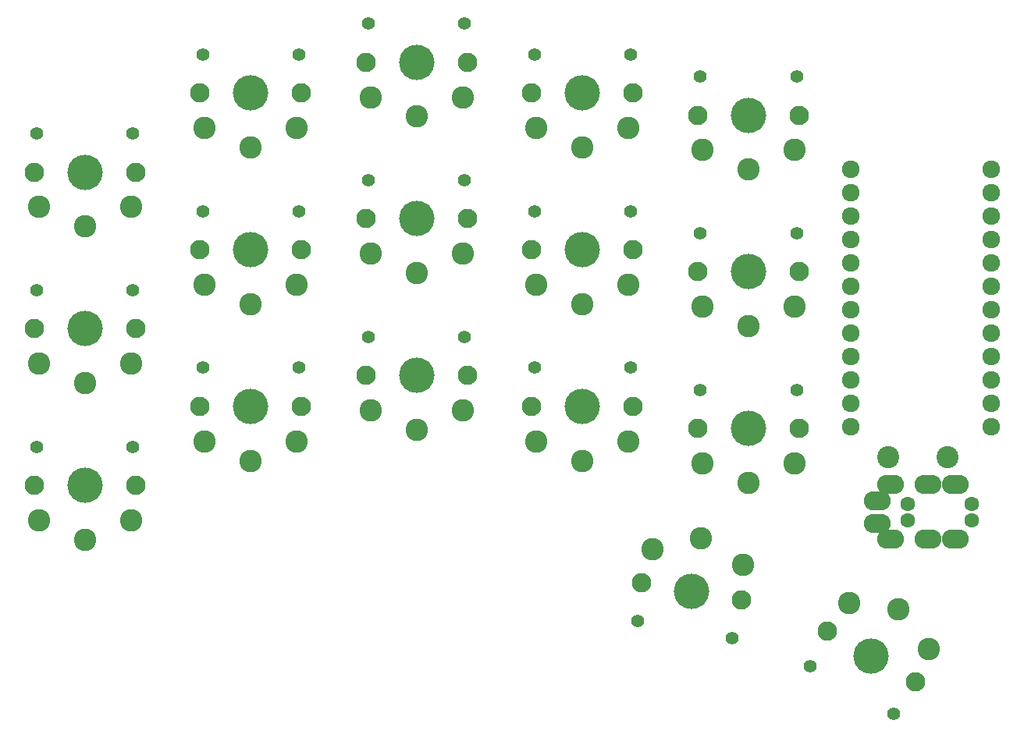
<source format=gbs>
G04 #@! TF.GenerationSoftware,KiCad,Pcbnew,5.1.6*
G04 #@! TF.CreationDate,2020-09-07T13:49:14+01:00*
G04 #@! TF.ProjectId,cradio,63726164-696f-42e6-9b69-6361645f7063,2.1*
G04 #@! TF.SameCoordinates,Original*
G04 #@! TF.FileFunction,Soldermask,Bot*
G04 #@! TF.FilePolarity,Negative*
%FSLAX46Y46*%
G04 Gerber Fmt 4.6, Leading zero omitted, Abs format (unit mm)*
G04 Created by KiCad (PCBNEW 5.1.6) date 2020-09-07 13:49:14*
%MOMM*%
%LPD*%
G01*
G04 APERTURE LIST*
%ADD10C,1.924000*%
%ADD11C,2.101800*%
%ADD12C,1.390600*%
%ADD13C,2.432000*%
%ADD14C,3.829000*%
%ADD15C,2.400000*%
%ADD16O,2.900000X2.100000*%
%ADD17C,1.600000*%
G04 APERTURE END LIST*
D10*
X127111400Y-36830000D03*
X127111400Y-39370000D03*
X127111400Y-41910000D03*
X127111400Y-44450000D03*
X127111400Y-46990000D03*
X127111400Y-49530000D03*
X127111400Y-52070000D03*
X127111400Y-54610000D03*
X127111400Y-57150000D03*
X127111400Y-59690000D03*
X127111400Y-62230000D03*
X127111400Y-64770000D03*
X142331400Y-64770000D03*
X142331400Y-62230000D03*
X142331400Y-59690000D03*
X142331400Y-57150000D03*
X142331400Y-54610000D03*
X142331400Y-52070000D03*
X142331400Y-49530000D03*
X142331400Y-46990000D03*
X142331400Y-44450000D03*
X142331400Y-41910000D03*
X142331400Y-39370000D03*
X142331400Y-36830000D03*
D11*
X104433557Y-81664935D03*
X115266443Y-83575065D03*
D12*
X114261374Y-87662636D03*
D13*
X110874524Y-76809634D03*
X105585824Y-78009490D03*
D14*
X109850000Y-82620000D03*
D13*
X115433902Y-79745971D03*
D12*
X103979981Y-85849749D03*
X110780000Y-60720000D03*
D13*
X121000000Y-68720000D03*
D14*
X116000000Y-64920000D03*
D13*
X111000000Y-68720000D03*
X116000000Y-70820000D03*
D12*
X121220000Y-60720000D03*
D11*
X121500000Y-64920000D03*
X110500000Y-64920000D03*
X124566860Y-86920000D03*
X134093140Y-92420000D03*
D12*
X131750653Y-95917307D03*
D13*
X132280000Y-84560450D03*
X126899873Y-83879103D03*
D14*
X129330000Y-89670000D03*
D13*
X135560127Y-88879103D03*
D12*
X122709347Y-90697307D03*
X92780000Y-58345000D03*
D13*
X103000000Y-66345000D03*
D14*
X98000000Y-62545000D03*
D13*
X93000000Y-66345000D03*
X98000000Y-68445000D03*
D12*
X103220000Y-58345000D03*
D11*
X103500000Y-62545000D03*
X92500000Y-62545000D03*
D12*
X74780000Y-54970000D03*
D13*
X85000000Y-62970000D03*
D14*
X80000000Y-59170000D03*
D13*
X75000000Y-62970000D03*
X80000000Y-65070000D03*
D12*
X85220000Y-54970000D03*
D11*
X85500000Y-59170000D03*
X74500000Y-59170000D03*
D12*
X56780000Y-58345000D03*
D13*
X67000000Y-66345000D03*
D14*
X62000000Y-62545000D03*
D13*
X57000000Y-66345000D03*
X62000000Y-68445000D03*
D12*
X67220000Y-58345000D03*
D11*
X67500000Y-62545000D03*
X56500000Y-62545000D03*
D12*
X38780000Y-66905000D03*
D13*
X49000000Y-74905000D03*
D14*
X44000000Y-71105000D03*
D13*
X39000000Y-74905000D03*
X44000000Y-77005000D03*
D12*
X49220000Y-66905000D03*
D11*
X49500000Y-71105000D03*
X38500000Y-71105000D03*
D12*
X110780000Y-43720000D03*
D13*
X121000000Y-51720000D03*
D14*
X116000000Y-47920000D03*
D13*
X111000000Y-51720000D03*
X116000000Y-53820000D03*
D12*
X121220000Y-43720000D03*
D11*
X121500000Y-47920000D03*
X110500000Y-47920000D03*
D12*
X92780000Y-41340000D03*
D13*
X103000000Y-49340000D03*
D14*
X98000000Y-45540000D03*
D13*
X93000000Y-49340000D03*
X98000000Y-51440000D03*
D12*
X103220000Y-41340000D03*
D11*
X103500000Y-45540000D03*
X92500000Y-45540000D03*
D12*
X74780000Y-37970000D03*
D13*
X85000000Y-45970000D03*
D14*
X80000000Y-42170000D03*
D13*
X75000000Y-45970000D03*
X80000000Y-48070000D03*
D12*
X85220000Y-37970000D03*
D11*
X85500000Y-42170000D03*
X74500000Y-42170000D03*
D12*
X56780000Y-41340000D03*
D13*
X67000000Y-49340000D03*
D14*
X62000000Y-45540000D03*
D13*
X57000000Y-49340000D03*
X62000000Y-51440000D03*
D12*
X67220000Y-41340000D03*
D11*
X67500000Y-45540000D03*
X56500000Y-45540000D03*
D12*
X38780000Y-49900000D03*
D13*
X49000000Y-57900000D03*
D14*
X44000000Y-54100000D03*
D13*
X39000000Y-57900000D03*
X44000000Y-60000000D03*
D12*
X49220000Y-49900000D03*
D11*
X49500000Y-54100000D03*
X38500000Y-54100000D03*
D12*
X110780000Y-26720000D03*
D13*
X121000000Y-34720000D03*
D14*
X116000000Y-30920000D03*
D13*
X111000000Y-34720000D03*
X116000000Y-36820000D03*
D12*
X121220000Y-26720000D03*
D11*
X121500000Y-30920000D03*
X110500000Y-30920000D03*
D12*
X92780000Y-24340000D03*
D13*
X103000000Y-32340000D03*
D14*
X98000000Y-28540000D03*
D13*
X93000000Y-32340000D03*
X98000000Y-34440000D03*
D12*
X103220000Y-24340000D03*
D11*
X103500000Y-28540000D03*
X92500000Y-28540000D03*
D12*
X74780000Y-20980000D03*
D13*
X85000000Y-28980000D03*
D14*
X80000000Y-25180000D03*
D13*
X75000000Y-28980000D03*
X80000000Y-31080000D03*
D12*
X85220000Y-20980000D03*
D11*
X85500000Y-25180000D03*
X74500000Y-25180000D03*
D12*
X38780000Y-32900000D03*
D13*
X49000000Y-40900000D03*
D14*
X44000000Y-37100000D03*
D13*
X39000000Y-40900000D03*
X44000000Y-43000000D03*
D12*
X49220000Y-32900000D03*
D11*
X49500000Y-37100000D03*
X38500000Y-37100000D03*
D12*
X56780000Y-24340000D03*
D13*
X67000000Y-32340000D03*
D14*
X62000000Y-28540000D03*
D13*
X57000000Y-32340000D03*
X62000000Y-34440000D03*
D12*
X67220000Y-24340000D03*
D11*
X67500000Y-28540000D03*
X56500000Y-28540000D03*
D15*
X137616000Y-68072000D03*
X131116000Y-68072000D03*
D16*
X129932000Y-72760000D03*
X131432000Y-76960000D03*
X135432000Y-76960000D03*
X138432000Y-76960000D03*
D17*
X133232000Y-74860000D03*
X140232000Y-74860000D03*
D16*
X135432000Y-71010000D03*
X138432000Y-71010000D03*
X129932000Y-75210000D03*
X131432000Y-71010000D03*
D17*
X140232000Y-73110000D03*
X133232000Y-73110000D03*
M02*

</source>
